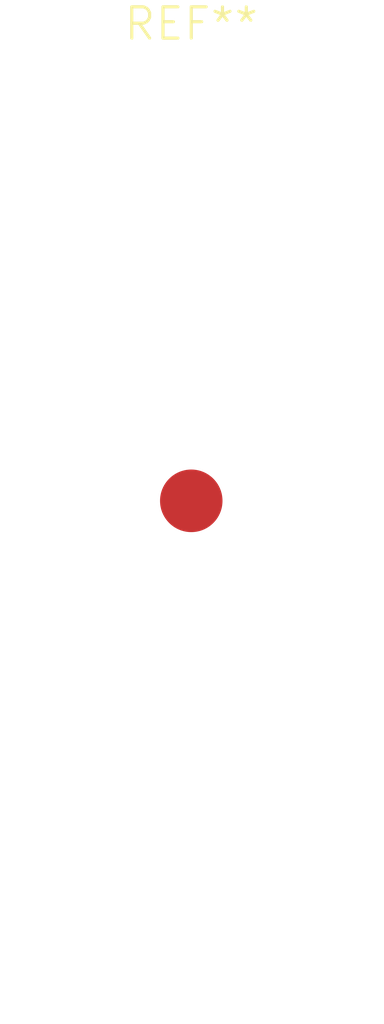
<source format=kicad_pcb>
(kicad_pcb (version 20240108) (generator "pcbnew") (generator_version "8.0")
  (layers (0 "F.Cu" signal) (31 "B.Cu" signal) (34 "B.Paste" user) (35 "F.Paste" user) (36 "B.SilkS" user "B.Silkscreen") (37 "F.SilkS" user "F.Silkscreen") (38 "B.Mask" user) (39 "F.Mask" user) (44 "Edge.Cuts" user))
  (net 0 "")
  (footprint "Librairie_touchpad:Touchpad_spiral" (layer "F.Cu") (at 147.55 69.975)
    (property "Reference" "REF**" (at 0 -15.24 0) (layer "F.SilkS") (effects (font (thickness 0.1))))
    (property "Value" "Touchpad_spiral")
    (pad "1" smd circle (at 0 0) (size 2 2) (property pad_prop_heatsink) (layers "F.Cu" "F.Paste" "F.Mask"))
  )
)
</source>
